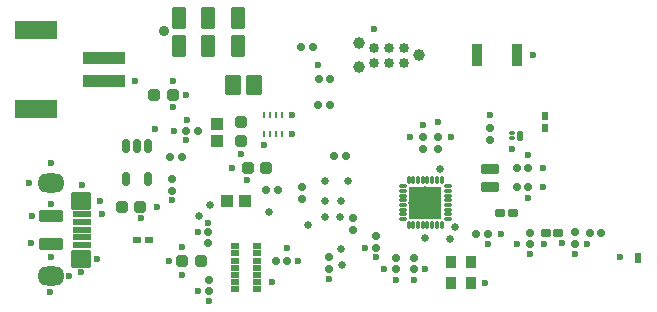
<source format=gts>
%TF.GenerationSoftware,KiCad,Pcbnew,9.0.3*%
%TF.CreationDate,2025-09-07T06:19:25+02:00*%
%TF.ProjectId,LoTiBloxy,4c6f5469-426c-46f7-9879-2e6b69636164,rev?*%
%TF.SameCoordinates,Original*%
%TF.FileFunction,Soldermask,Top*%
%TF.FilePolarity,Negative*%
%FSLAX46Y46*%
G04 Gerber Fmt 4.6, Leading zero omitted, Abs format (unit mm)*
G04 Created by KiCad (PCBNEW 9.0.3) date 2025-09-07 06:19:25*
%MOMM*%
%LPD*%
G01*
G04 APERTURE LIST*
G04 Aperture macros list*
%AMRoundRect*
0 Rectangle with rounded corners*
0 $1 Rounding radius*
0 $2 $3 $4 $5 $6 $7 $8 $9 X,Y pos of 4 corners*
0 Add a 4 corners polygon primitive as box body*
4,1,4,$2,$3,$4,$5,$6,$7,$8,$9,$2,$3,0*
0 Add four circle primitives for the rounded corners*
1,1,$1+$1,$2,$3*
1,1,$1+$1,$4,$5*
1,1,$1+$1,$6,$7*
1,1,$1+$1,$8,$9*
0 Add four rect primitives between the rounded corners*
20,1,$1+$1,$2,$3,$4,$5,0*
20,1,$1+$1,$4,$5,$6,$7,0*
20,1,$1+$1,$6,$7,$8,$9,0*
20,1,$1+$1,$8,$9,$2,$3,0*%
G04 Aperture macros list end*
%ADD10R,0.500000X0.900000*%
%ADD11RoundRect,0.150000X-0.150000X-0.200000X0.150000X-0.200000X0.150000X0.200000X-0.150000X0.200000X0*%
%ADD12RoundRect,0.030000X-0.469900X0.482600X-0.469900X-0.482600X0.469900X-0.482600X0.469900X0.482600X0*%
%ADD13RoundRect,0.155000X-0.185000X0.155000X-0.185000X-0.155000X0.185000X-0.155000X0.185000X0.155000X0*%
%ADD14RoundRect,0.155000X0.155000X0.185000X-0.155000X0.185000X-0.155000X-0.185000X0.155000X-0.185000X0*%
%ADD15RoundRect,0.240000X0.240000X0.265000X-0.240000X0.265000X-0.240000X-0.265000X0.240000X-0.265000X0*%
%ADD16RoundRect,0.030000X-0.698500X0.349250X-0.698500X-0.349250X0.698500X-0.349250X0.698500X0.349250X0*%
%ADD17RoundRect,0.102000X0.550000X0.710000X-0.550000X0.710000X-0.550000X-0.710000X0.550000X-0.710000X0*%
%ADD18RoundRect,0.030000X-0.355600X-0.279400X0.355600X-0.279400X0.355600X0.279400X-0.355600X0.279400X0*%
%ADD19R,0.660400X0.609600*%
%ADD20RoundRect,0.030000X-0.330200X-0.199999X0.330200X-0.199999X0.330200X0.199999X-0.330200X0.199999X0*%
%ADD21RoundRect,0.030000X-0.330200X-0.200000X0.330200X-0.200000X0.330200X0.200000X-0.330200X0.200000X0*%
%ADD22RoundRect,0.030000X-0.328850X-0.200000X0.328850X-0.200000X0.328850X0.200000X-0.328850X0.200000X0*%
%ADD23RoundRect,0.030000X-0.200000X-0.125000X0.200000X-0.125000X0.200000X0.125000X-0.200000X0.125000X0*%
%ADD24RoundRect,0.030000X-0.200000X-0.350000X0.200000X-0.350000X0.200000X0.350000X-0.200000X0.350000X0*%
%ADD25RoundRect,0.155000X-0.155000X-0.185000X0.155000X-0.185000X0.155000X0.185000X-0.155000X0.185000X0*%
%ADD26RoundRect,0.165000X-0.165000X0.415000X-0.165000X-0.415000X0.165000X-0.415000X0.165000X0.415000X0*%
%ADD27C,0.900000*%
%ADD28RoundRect,0.102000X0.500000X0.800000X-0.500000X0.800000X-0.500000X-0.800000X0.500000X-0.800000X0*%
%ADD29RoundRect,0.150000X-0.200000X0.150000X-0.200000X-0.150000X0.200000X-0.150000X0.200000X0.150000X0*%
%ADD30RoundRect,0.240000X-0.265000X0.240000X-0.265000X-0.240000X0.265000X-0.240000X0.265000X0.240000X0*%
%ADD31RoundRect,0.030000X-0.381000X0.482600X-0.381000X-0.482600X0.381000X-0.482600X0.381000X0.482600X0*%
%ADD32R,0.609600X0.660400*%
%ADD33RoundRect,0.240000X-0.240000X-0.265000X0.240000X-0.265000X0.240000X0.265000X-0.240000X0.265000X0*%
%ADD34C,0.990600*%
%ADD35C,0.847400*%
%ADD36R,0.253996X0.604900*%
%ADD37R,0.254000X0.604900*%
%ADD38RoundRect,0.155000X0.185000X-0.155000X0.185000X0.155000X-0.185000X0.155000X-0.185000X-0.155000X0*%
%ADD39O,0.699999X0.300000*%
%ADD40O,0.300000X0.699999*%
%ADD41C,0.650000*%
%ADD42R,2.799999X2.799999*%
%ADD43RoundRect,0.030000X-0.685800X0.228600X-0.685800X-0.228600X0.685800X-0.228600X0.685800X0.228600X0*%
%ADD44RoundRect,0.030000X-0.685800X0.224300X-0.685800X-0.224300X0.685800X-0.224300X0.685800X0.224300X0*%
%ADD45RoundRect,0.030000X-0.685800X0.224300X-0.685800X-0.224300X0.685800X-0.224300X0.685800X0.224300X0*%
%ADD46RoundRect,0.030000X-0.685800X0.219999X-0.685800X-0.219999X0.685800X-0.219999X0.685800X0.219999X0*%
%ADD47O,2.308200X1.622400*%
%ADD48RoundRect,0.030000X-0.774700X-0.711200X0.774700X-0.711200X0.774700X0.711200X-0.774700X0.711200X0*%
%ADD49RoundRect,0.030000X-0.952500X0.444500X-0.952500X-0.444500X0.952500X-0.444500X0.952500X0.444500X0*%
%ADD50RoundRect,0.150000X0.200000X-0.150000X0.200000X0.150000X-0.200000X0.150000X-0.200000X-0.150000X0*%
%ADD51RoundRect,0.150000X0.150000X0.200000X-0.150000X0.200000X-0.150000X-0.200000X0.150000X-0.200000X0*%
%ADD52RoundRect,0.030000X-0.400000X-0.850000X0.400000X-0.850000X0.400000X0.850000X-0.400000X0.850000X0*%
%ADD53RoundRect,0.030000X0.482600X0.469900X-0.482600X0.469900X-0.482600X-0.469900X0.482600X-0.469900X0*%
%ADD54RoundRect,0.030000X-1.752600X0.495300X-1.752600X-0.495300X1.752600X-0.495300X1.752600X0.495300X0*%
%ADD55RoundRect,0.030000X-1.701800X0.749300X-1.701800X-0.749300X1.701800X-0.749300X1.701800X0.749300X0*%
%ADD56C,0.600000*%
G04 APERTURE END LIST*
D10*
%TO.C,AE2*%
X132600000Y-103918196D03*
%TD*%
D11*
%TO.C,R1*%
X106805000Y-95300000D03*
X107825000Y-95300000D03*
%TD*%
D12*
%TO.C,FB1*%
X96910000Y-92575700D03*
X96910000Y-94074300D03*
%TD*%
D13*
%TO.C,C21*%
X110388192Y-102120000D03*
X110388192Y-103080000D03*
%TD*%
D14*
%TO.C,C7*%
X95280000Y-93200000D03*
X94320000Y-93200000D03*
%TD*%
D13*
%TO.C,C13*%
X113600000Y-103970000D03*
X113600000Y-104930000D03*
%TD*%
D15*
%TO.C,C10*%
X101054200Y-96316800D03*
X99504200Y-96316800D03*
%TD*%
D16*
%TO.C,XTAL1*%
X120015000Y-96399350D03*
X120015000Y-97910650D03*
%TD*%
D17*
%TO.C,L1*%
X100035000Y-89300000D03*
X98265000Y-89300000D03*
%TD*%
D18*
%TO.C,L5*%
X124769300Y-101818196D03*
X125810700Y-101818196D03*
%TD*%
D19*
%TO.C,D1*%
X91180273Y-102404419D03*
X90138873Y-102404419D03*
%TD*%
D11*
%TO.C,R9*%
X104036400Y-86106000D03*
X105056400Y-86106000D03*
%TD*%
D13*
%TO.C,C5*%
X127240000Y-101788196D03*
X127240000Y-102748196D03*
%TD*%
D20*
%TO.C,U1*%
X98425000Y-102975001D03*
D21*
X98425000Y-103575000D03*
D20*
X98425000Y-104175001D03*
D21*
X98425000Y-104775000D03*
X98425000Y-105375000D03*
X98425000Y-105975000D03*
X98425000Y-106575000D03*
X100330000Y-106575000D03*
X100330000Y-105975000D03*
X100330000Y-105375000D03*
D22*
X100331350Y-104775000D03*
D20*
X100330000Y-104175001D03*
D21*
X100330000Y-103575000D03*
D20*
X100330000Y-102975001D03*
%TD*%
D18*
%TO.C,L4*%
X120919300Y-100118196D03*
X121960700Y-100118196D03*
%TD*%
D23*
%TO.C,Q1*%
X121900000Y-93375001D03*
D24*
X122600000Y-93600000D03*
D23*
X121900000Y-93824999D03*
%TD*%
D25*
%TO.C,C15*%
X122285000Y-96355000D03*
X123245000Y-96355000D03*
%TD*%
%TO.C,C6*%
X128510000Y-101838196D03*
X129470000Y-101838196D03*
%TD*%
D26*
%TO.C,U4*%
X91075000Y-94450000D03*
X90125000Y-94450000D03*
X89175000Y-94450000D03*
X89175000Y-97250000D03*
X91075000Y-97250000D03*
%TD*%
D27*
%TO.C,S3*%
X92425000Y-84775000D03*
D28*
X98700000Y-86000000D03*
X98700000Y-83600000D03*
X96200000Y-86000000D03*
X96200000Y-83600000D03*
X93700000Y-86000000D03*
X93700000Y-83600000D03*
%TD*%
D15*
%TO.C,C2*%
X95525000Y-104250000D03*
X93975000Y-104250000D03*
%TD*%
D14*
%TO.C,C19*%
X106480000Y-88800000D03*
X105520000Y-88800000D03*
%TD*%
D29*
%TO.C,R7*%
X106400000Y-103890000D03*
X106400000Y-104910000D03*
%TD*%
D11*
%TO.C,R4*%
X105490000Y-91000000D03*
X106510000Y-91000000D03*
%TD*%
D30*
%TO.C,C11*%
X98960000Y-92475000D03*
X98960000Y-94025000D03*
%TD*%
D13*
%TO.C,C20*%
X96274700Y-105811600D03*
X96274700Y-106771600D03*
%TD*%
D31*
%TO.C,XTAL2*%
X118450001Y-104297401D03*
X116749999Y-104297401D03*
X116749999Y-106050001D03*
X118450001Y-106050001D03*
%TD*%
D32*
%TO.C,D2*%
X124690000Y-92943196D03*
X124690000Y-91901796D03*
%TD*%
D33*
%TO.C,C18*%
X91625000Y-90200000D03*
X93175000Y-90200000D03*
%TD*%
D34*
%TO.C,J1*%
X114000000Y-86800000D03*
X108920000Y-87816000D03*
X108920000Y-85784000D03*
D35*
X112730000Y-86165000D03*
X112730000Y-87435000D03*
X111460000Y-86165000D03*
X111460000Y-87435000D03*
X110190000Y-86165000D03*
X110190000Y-87435000D03*
%TD*%
D36*
%TO.C,U3*%
X100900001Y-93452450D03*
D37*
X101400000Y-93452450D03*
X101900000Y-93452450D03*
D36*
X102399999Y-93452450D03*
D37*
X102400001Y-91847550D03*
X101900000Y-91847550D03*
X101400000Y-91847550D03*
D36*
X100900001Y-91847550D03*
%TD*%
D29*
%TO.C,R6*%
X93088873Y-97269419D03*
X93088873Y-98289419D03*
%TD*%
D38*
%TO.C,C8*%
X115640000Y-94698196D03*
X115640000Y-93738196D03*
%TD*%
D29*
%TO.C,R2*%
X104140000Y-97915000D03*
X104140000Y-98935000D03*
%TD*%
D33*
%TO.C,C12*%
X88875000Y-99650000D03*
X90425000Y-99650000D03*
%TD*%
D38*
%TO.C,C1*%
X96174700Y-102691600D03*
X96174700Y-101731600D03*
%TD*%
D39*
%TO.C,U2*%
X116439999Y-100668198D03*
X116439999Y-100268197D03*
X116439999Y-99868197D03*
X116439999Y-99468198D03*
X116439999Y-99068196D03*
X116439999Y-98668197D03*
X116439999Y-98268198D03*
X116439999Y-97868196D03*
D40*
X115940000Y-97368197D03*
X115539998Y-97368197D03*
X115139999Y-97368197D03*
X114740000Y-97368197D03*
X114339998Y-97368197D03*
X113939999Y-97368197D03*
X113539999Y-97368197D03*
X113139998Y-97368197D03*
D39*
X112640001Y-97868196D03*
X112640001Y-98268198D03*
X112640001Y-98668197D03*
X112640001Y-99068196D03*
X112640001Y-99468198D03*
X112640001Y-99868197D03*
X112640001Y-100268197D03*
X112640001Y-100668198D03*
D40*
X113139998Y-101168195D03*
X113539999Y-101168195D03*
X113939999Y-101168195D03*
X114339998Y-101168195D03*
X114740000Y-101168195D03*
X115139999Y-101168195D03*
X115539998Y-101168195D03*
X115940000Y-101168195D03*
D41*
X115565000Y-99268196D03*
X114540000Y-100318196D03*
X114540000Y-98218196D03*
X114539997Y-99268196D03*
D42*
X114539997Y-99268196D03*
D41*
X113465000Y-99268196D03*
%TD*%
D13*
%TO.C,C9*%
X112065000Y-103938196D03*
X112065000Y-104898196D03*
%TD*%
D43*
%TO.C,J3*%
X85493500Y-102875000D03*
D44*
X85493500Y-102220699D03*
D45*
X85493500Y-101570700D03*
D46*
X85493500Y-100925001D03*
D43*
X85493500Y-100275000D03*
D47*
X82829299Y-97625000D03*
D48*
X85404600Y-99112501D03*
D49*
X82829299Y-100387500D03*
X82829299Y-102762500D03*
D48*
X85404600Y-104037499D03*
D47*
X82829299Y-105525000D03*
%TD*%
D25*
%TO.C,C14*%
X118885000Y-101918196D03*
X119845000Y-101918196D03*
%TD*%
%TO.C,C3*%
X101920000Y-104200000D03*
X102880000Y-104200000D03*
%TD*%
%TO.C,C16*%
X122285000Y-97955000D03*
X123245000Y-97955000D03*
%TD*%
D50*
%TO.C,R10*%
X120000000Y-93968197D03*
X120000000Y-92948197D03*
%TD*%
%TO.C,R3*%
X108407200Y-101551200D03*
X108407200Y-100531200D03*
%TD*%
D11*
%TO.C,R8*%
X101039200Y-98196400D03*
X102059200Y-98196400D03*
%TD*%
D13*
%TO.C,C4*%
X123390000Y-101838196D03*
X123390000Y-102798196D03*
%TD*%
D51*
%TO.C,R5*%
X93973873Y-95379419D03*
X92953873Y-95379419D03*
%TD*%
D52*
%TO.C,S1*%
X118900000Y-86800000D03*
X122300000Y-86800000D03*
%TD*%
D53*
%TO.C,FB2*%
X99299300Y-99100000D03*
X97800700Y-99100000D03*
%TD*%
D38*
%TO.C,C17*%
X114340000Y-94698196D03*
X114340000Y-93738196D03*
%TD*%
D54*
%TO.C,J2*%
X87355300Y-86999999D03*
X87355300Y-89000001D03*
D55*
X81605299Y-84649999D03*
X81605299Y-91350001D03*
%TD*%
D56*
X96174700Y-100975300D03*
X95325000Y-101750000D03*
X92850000Y-104250000D03*
X84375000Y-105525000D03*
X124495000Y-97955000D03*
X85450000Y-97750000D03*
X87050000Y-99100000D03*
X120000000Y-91875000D03*
X91650000Y-93000000D03*
X96250000Y-107600000D03*
X95321600Y-106771600D03*
X113300000Y-93738196D03*
X106400000Y-105750000D03*
X126150000Y-102725000D03*
X114525000Y-104925000D03*
X120950000Y-101900000D03*
X131075000Y-103900000D03*
X111060735Y-104909137D03*
X98166800Y-96316800D03*
X103775000Y-104200000D03*
X115640000Y-92410000D03*
X82850000Y-95950000D03*
X123700000Y-86800000D03*
X124500000Y-96300000D03*
X100875000Y-94350000D03*
X93200000Y-91200000D03*
X90450000Y-100600000D03*
X116700000Y-93700000D03*
X102880000Y-103105000D03*
X93175000Y-88975000D03*
X123250000Y-95200000D03*
X94300000Y-94000000D03*
X114350000Y-92700000D03*
X99475000Y-97325000D03*
X119585000Y-106050001D03*
X119845000Y-102795000D03*
X124600000Y-102800000D03*
X90000000Y-88975000D03*
X93250000Y-93200000D03*
X98960000Y-95140000D03*
X81225000Y-100375000D03*
X112050000Y-105850000D03*
X82850000Y-103850000D03*
X128250000Y-102800000D03*
X93088873Y-99038873D03*
X87200000Y-100250000D03*
X93975000Y-105374400D03*
X82800000Y-106825000D03*
X82850000Y-99400000D03*
X105475000Y-87600000D03*
X123245000Y-98895000D03*
X110375000Y-103896400D03*
X81200000Y-102700000D03*
X86732618Y-104056948D03*
X94350000Y-92250000D03*
X110175000Y-84575000D03*
X127250000Y-103650000D03*
X122301804Y-102798196D03*
X121900000Y-94700000D03*
X91850000Y-99650000D03*
X103250000Y-91850000D03*
X123390000Y-103640000D03*
X101600000Y-106000000D03*
X85400000Y-105150000D03*
X93975000Y-102991294D03*
X94300000Y-90200000D03*
X103250000Y-93475000D03*
X113600000Y-105850000D03*
X109480000Y-103080000D03*
X81000000Y-97600000D03*
D41*
X95376600Y-100406600D03*
X96331902Y-99451298D03*
X117043200Y-101295200D03*
X114550000Y-102300000D03*
X116659018Y-102379509D03*
X107500000Y-104565000D03*
X115800000Y-96450000D03*
X107450000Y-103215000D03*
X104650000Y-101200000D03*
X101281475Y-100025000D03*
X106100000Y-99100000D03*
X107430000Y-99100000D03*
X106050000Y-97400000D03*
X107975000Y-97400000D03*
X106104000Y-100500000D03*
X107354000Y-100500000D03*
M02*

</source>
